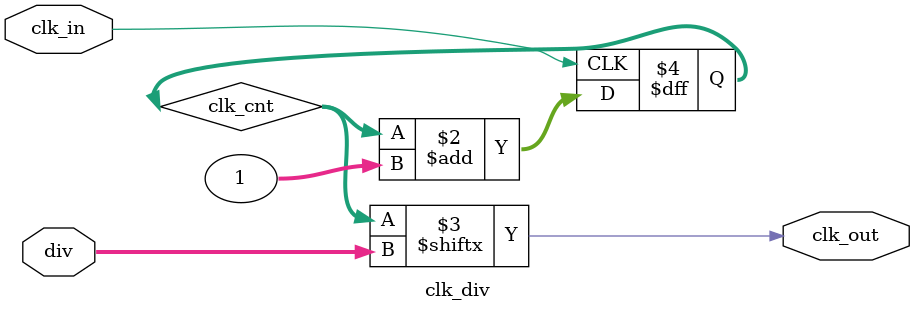
<source format=v>
`timescale 1ns / 1ps
module clk_div(
    input wire clk_in,
    output wire clk_out,
    input wire [7:0] div
    ); 

    reg [31:0] clk_cnt;

    always @ (posedge clk_in)
    begin
        clk_cnt <= clk_cnt + 32'b1;
    end

    assign clk_out = clk_cnt [div];

endmodule

</source>
